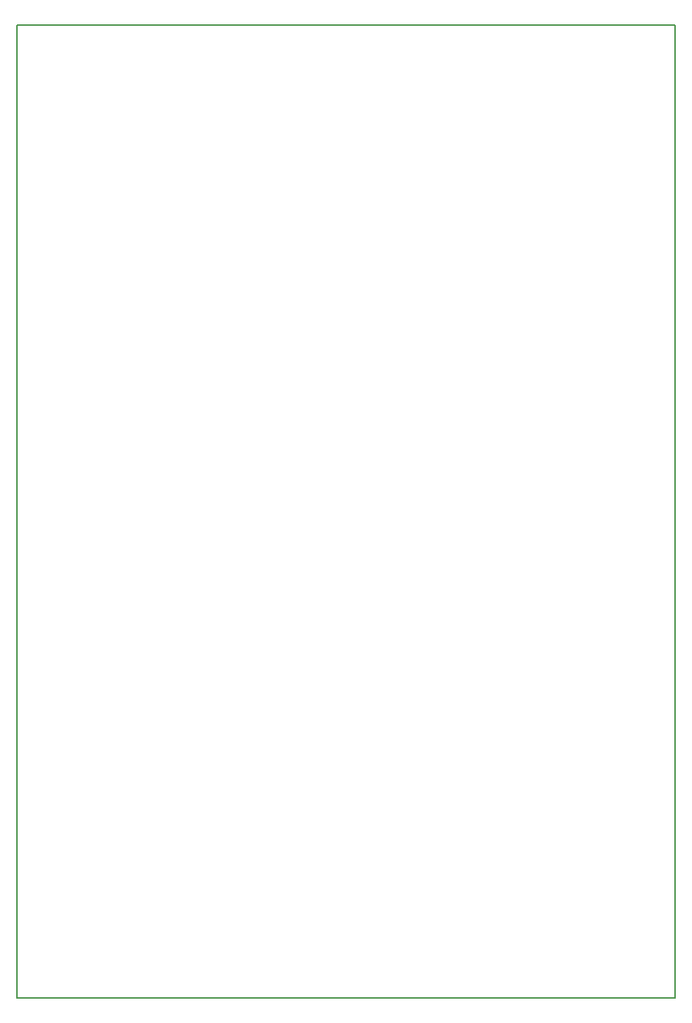
<source format=gko>
%FSLAX46Y46*%
G04 Gerber Fmt 4.6, Leading zero omitted, Abs format (unit mm)*
G04 Created by KiCad (PCBNEW (2014-10-08 BZR 5171)-product) date 10/19/2014 5:22:49 PM*
%MOMM*%
G01*
G04 APERTURE LIST*
%ADD10C,0.100000*%
%ADD11C,0.150000*%
G04 APERTURE END LIST*
D10*
D11*
X193675000Y-35560000D02*
X193675000Y-147320000D01*
X118110000Y-35560000D02*
X193675000Y-35560000D01*
X118110000Y-147320000D02*
X118110000Y-35560000D01*
X193675000Y-147320000D02*
X118110000Y-147320000D01*
M02*

</source>
